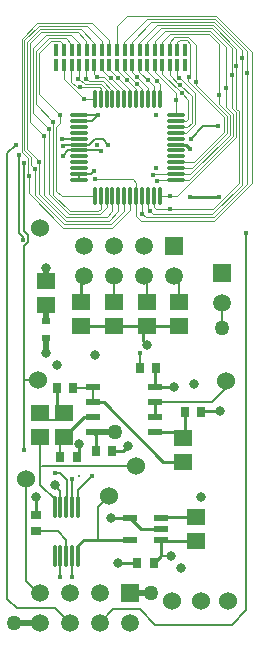
<source format=gtl>
G04 Layer_Physical_Order=1*
G04 Layer_Color=255*
%FSLAX43Y43*%
%MOMM*%
G71*
G01*
G75*
%ADD10R,0.800X0.600*%
G04:AMPARAMS|DCode=11|XSize=0.55mm|YSize=1.25mm|CornerRadius=0.05mm|HoleSize=0mm|Usage=FLASHONLY|Rotation=90.000|XOffset=0mm|YOffset=0mm|HoleType=Round|Shape=RoundedRectangle|*
%AMROUNDEDRECTD11*
21,1,0.550,1.151,0,0,90.0*
21,1,0.451,1.250,0,0,90.0*
1,1,0.099,0.576,0.226*
1,1,0.099,0.576,-0.226*
1,1,0.099,-0.576,-0.226*
1,1,0.099,-0.576,0.226*
%
%ADD11ROUNDEDRECTD11*%
%ADD12O,0.300X2.000*%
%ADD13R,1.220X0.620*%
%ADD14R,0.380X1.020*%
%ADD15O,1.650X0.300*%
%ADD16O,0.300X1.650*%
%ADD17R,0.800X0.900*%
%ADD18R,1.500X1.400*%
%ADD19R,0.900X0.800*%
%ADD20C,0.254*%
%ADD21C,0.200*%
%ADD22C,0.500*%
%ADD23C,0.125*%
%ADD24C,1.524*%
%ADD25C,1.500*%
%ADD26R,1.500X1.500*%
%ADD27R,1.500X1.500*%
%ADD28C,0.400*%
%ADD29C,0.800*%
%ADD30C,1.270*%
D10*
X4100Y25175D02*
D03*
Y26625D02*
D03*
D11*
X8075Y21005D02*
D03*
Y19735D02*
D03*
Y18465D02*
D03*
Y17195D02*
D03*
X13325Y21005D02*
D03*
Y19735D02*
D03*
Y18465D02*
D03*
Y17195D02*
D03*
D12*
X6800Y10900D02*
D03*
X6300D02*
D03*
X5800D02*
D03*
X5300D02*
D03*
X4800D02*
D03*
X6800Y6700D02*
D03*
X6300D02*
D03*
X5800D02*
D03*
X5300D02*
D03*
X4800D02*
D03*
D13*
X13810Y8050D02*
D03*
Y9000D02*
D03*
Y9950D02*
D03*
X11190D02*
D03*
Y8050D02*
D03*
D14*
X15840Y49580D02*
D03*
X15200D02*
D03*
X14560D02*
D03*
X13920D02*
D03*
X13280D02*
D03*
X12640D02*
D03*
X12000D02*
D03*
X11360D02*
D03*
X10720D02*
D03*
X10080D02*
D03*
X9440D02*
D03*
X8800D02*
D03*
X8160D02*
D03*
X7520D02*
D03*
X6880D02*
D03*
X6240D02*
D03*
X5600D02*
D03*
X4960D02*
D03*
X15840Y48300D02*
D03*
X15200D02*
D03*
X14560D02*
D03*
X13920D02*
D03*
X13280D02*
D03*
X12640D02*
D03*
X12000D02*
D03*
X11360D02*
D03*
X10720D02*
D03*
X10080D02*
D03*
X9440D02*
D03*
X8800D02*
D03*
X8160D02*
D03*
X7520D02*
D03*
X6880D02*
D03*
X6240D02*
D03*
X5600D02*
D03*
X4960D02*
D03*
D15*
X15050Y44050D02*
D03*
Y43550D02*
D03*
Y43050D02*
D03*
Y42550D02*
D03*
Y42050D02*
D03*
Y41550D02*
D03*
Y41050D02*
D03*
Y40550D02*
D03*
Y40050D02*
D03*
Y39550D02*
D03*
Y39050D02*
D03*
Y38550D02*
D03*
X6850D02*
D03*
Y39050D02*
D03*
Y39550D02*
D03*
Y40050D02*
D03*
Y40550D02*
D03*
Y41050D02*
D03*
Y41550D02*
D03*
Y42050D02*
D03*
Y42550D02*
D03*
Y43050D02*
D03*
Y43550D02*
D03*
Y44050D02*
D03*
D16*
X13700Y37200D02*
D03*
X13200D02*
D03*
X12700D02*
D03*
X12200D02*
D03*
X11700D02*
D03*
X11200D02*
D03*
X10700D02*
D03*
X10200D02*
D03*
X9700D02*
D03*
X9200D02*
D03*
X8700D02*
D03*
X8200D02*
D03*
Y45400D02*
D03*
X8700D02*
D03*
X9200D02*
D03*
X9700D02*
D03*
X10200D02*
D03*
X10700D02*
D03*
X11200D02*
D03*
X11700D02*
D03*
X12200D02*
D03*
X12700D02*
D03*
X13200D02*
D03*
X13700D02*
D03*
D17*
X13200Y6100D02*
D03*
X11800D02*
D03*
X5300Y15100D02*
D03*
X6700D02*
D03*
X8300Y15600D02*
D03*
X9700D02*
D03*
X5000Y20900D02*
D03*
X6400D02*
D03*
X17200Y18900D02*
D03*
X15800D02*
D03*
X13400Y22600D02*
D03*
X12000D02*
D03*
D18*
X16800Y8000D02*
D03*
Y10000D02*
D03*
X3600Y16800D02*
D03*
Y18800D02*
D03*
X5600D02*
D03*
Y16800D02*
D03*
X15700Y14700D02*
D03*
Y16700D02*
D03*
X4100Y28000D02*
D03*
Y30000D02*
D03*
X15300Y28200D02*
D03*
Y26200D02*
D03*
X12600D02*
D03*
Y28200D02*
D03*
X9800Y26200D02*
D03*
Y28200D02*
D03*
X7000Y26200D02*
D03*
Y28200D02*
D03*
D19*
X3200Y8800D02*
D03*
Y10200D02*
D03*
D20*
X12270Y24930D02*
Y26200D01*
X17400Y19100D02*
X17500Y19000D01*
X5000Y19100D02*
X5600Y18500D01*
X6900Y15300D02*
Y16200D01*
X6700Y15100D02*
X6900Y15300D01*
X13860Y8000D02*
X16800D01*
X14000Y14700D02*
X15700D01*
X13860Y10000D02*
X16800D01*
X16300Y37100D02*
X18700D01*
X15950Y41550D02*
X16300Y41200D01*
X15050Y41550D02*
X15950D01*
X13325Y21005D02*
Y22525D01*
X13400Y22600D01*
X8300Y15600D02*
Y16970D01*
X8075Y17195D02*
X8300Y16970D01*
X5000Y19100D02*
Y20648D01*
X13325Y17195D02*
X15205D01*
X15700Y16700D01*
X13325Y18465D02*
Y19735D01*
X15800Y16800D02*
Y18900D01*
X15700Y16700D02*
X15800Y16800D01*
X12140Y9000D02*
X13810D01*
X13200Y6100D02*
X13810Y6710D01*
Y9950D02*
X13860Y10000D01*
X13810Y6710D02*
Y8050D01*
X13860Y8000D01*
X11190Y9950D02*
X12140Y9000D01*
X14870Y26770D02*
X14870Y26770D01*
X9700Y15600D02*
X10600D01*
X11000Y16000D01*
X13325Y21005D02*
X14895D01*
X7265Y18465D02*
X8075D01*
X5600Y16800D02*
X7265Y18465D01*
X8075Y19735D02*
X8965D01*
X14000Y14700D01*
X17200Y18900D02*
X17400Y19100D01*
X17500Y19000D02*
X18800D01*
X10200Y6100D02*
X11800D01*
X9550Y9950D02*
X11190D01*
X6800Y6700D02*
Y7600D01*
X7250Y8050D01*
X3200Y10200D02*
Y11700D01*
X7250Y8050D02*
X8500D01*
X11190D01*
X9440Y26600D02*
X9570Y26470D01*
X14830D02*
X14900Y26400D01*
X12270Y24930D02*
X12600Y24600D01*
Y26200D02*
X15300D01*
X9800D02*
X12270D01*
X12600D01*
X7000D02*
X9800D01*
X7000Y28200D02*
Y30040D01*
X7060Y30100D01*
D21*
X2400Y4600D02*
X3480Y3520D01*
X4900Y21000D02*
X5000D01*
X3600Y18200D02*
X5600D01*
X5300Y16500D02*
X5600Y16800D01*
X3600Y12700D02*
Y16800D01*
X17400Y43100D02*
X18600D01*
X16350Y42050D02*
X17400Y43100D01*
X8650Y41050D02*
X8700Y41000D01*
X6850Y41050D02*
X8650D01*
X6850Y41550D02*
X7750D01*
X8200Y42000D01*
X8900D01*
X9350Y41550D01*
X5950Y41050D02*
X6850D01*
X5500Y40600D02*
X5950Y41050D01*
X1750Y34050D02*
X2100Y33700D01*
X1750Y34050D02*
Y40650D01*
X5650Y41550D02*
X6850D01*
X5500Y41400D02*
X5650Y41550D01*
X5450Y42050D02*
X6850D01*
X5400Y42000D02*
X5450Y42050D01*
X7850Y39050D02*
X8100Y39300D01*
X6850Y39050D02*
X7850D01*
X6850Y38550D02*
Y39050D01*
X2175Y34226D02*
X2525Y33876D01*
X2175Y34226D02*
Y39975D01*
X7950Y43550D02*
X8450Y44050D01*
X6850Y43550D02*
X7950D01*
X6850Y44050D02*
X8450D01*
X6400Y20900D02*
X7970D01*
X8075Y21005D01*
Y19735D02*
Y21005D01*
X6300Y4900D02*
Y6700D01*
X5300Y4900D02*
Y6700D01*
X5800D02*
Y8100D01*
X5100Y8800D02*
X5800Y8100D01*
X3200Y8800D02*
X5100D01*
X5300Y15100D02*
Y16500D01*
X5600Y18200D02*
X5600Y18200D01*
X6300Y10900D02*
X6300Y10900D01*
X6800Y12300D02*
X8000Y13500D01*
X6800Y10900D02*
Y12300D01*
X5800Y10900D02*
X5827Y10927D01*
Y13157D01*
X3700Y14300D02*
X11700D01*
X6300Y10900D02*
Y13200D01*
X5284Y13700D02*
X5827Y13157D01*
X4800Y10900D02*
Y11500D01*
X4800Y13700D02*
X5284D01*
X3600Y12700D02*
X4800Y11500D01*
X2525Y33324D02*
Y33876D01*
X20975Y34025D02*
X21000Y34000D01*
X19000Y26000D02*
Y28100D01*
X12000Y22600D02*
Y23900D01*
X12000Y23900D02*
X12000Y23900D01*
X8500Y10900D02*
X9400Y11800D01*
X8500Y8050D02*
Y10900D01*
X2200Y21600D02*
X3400D01*
X2200Y15700D02*
Y21600D01*
X2100Y33500D02*
Y33700D01*
X2200Y21600D02*
Y32999D01*
X2525Y33324D01*
X6900Y13500D02*
Y13577D01*
X13825Y6695D02*
X14695D01*
X13810Y6710D02*
X13825Y6695D01*
X4800Y12700D02*
X5300Y12200D01*
Y10900D02*
Y12200D01*
X13325Y19735D02*
X18135D01*
X19300Y20900D01*
Y21500D01*
X19800Y900D02*
X21000Y2100D01*
Y34000D01*
X800Y40800D02*
X1500Y41500D01*
X800Y3100D02*
Y40800D01*
X2400Y4600D02*
Y13200D01*
X13300Y900D02*
X19800D01*
X12000Y2200D02*
X13300Y900D01*
X9780Y2200D02*
X12000D01*
X8640Y1060D02*
X9780Y2200D01*
X800Y3100D02*
X1600Y2300D01*
X4860D01*
X6100Y1060D01*
X9800Y28200D02*
Y29840D01*
X9830Y29870D01*
X12600Y28200D02*
Y30100D01*
X15300Y28200D02*
Y29840D01*
D22*
X4100Y29700D02*
Y31100D01*
X4100Y28000D02*
Y28300D01*
Y26625D02*
Y28000D01*
X8075Y17195D02*
X9895D01*
X4100Y23900D02*
Y25175D01*
X4100Y28300D02*
X4100Y28300D01*
X11180Y3600D02*
X13000D01*
X1340Y1060D02*
X3560D01*
D23*
X16100Y47300D02*
X16300Y47500D01*
X16100Y46900D02*
Y47300D01*
X12620Y47780D02*
Y48320D01*
X11340Y47708D02*
Y48320D01*
X9420Y47980D02*
Y48320D01*
X13260Y49600D02*
X13300Y49640D01*
X15248Y47348D02*
X16700Y45896D01*
X6900Y46412D02*
X8340D01*
X6220Y46880D02*
Y48320D01*
X6860Y47140D02*
Y48320D01*
X5580Y47120D02*
Y48320D01*
X13260Y47688D02*
Y48320D01*
X8140Y47560D02*
Y48320D01*
X7500Y47100D02*
Y48320D01*
X14540Y47412D02*
Y48320D01*
X13900Y47552D02*
Y48320D01*
X11980Y47720D02*
Y48320D01*
X11748Y46700D02*
X12200Y46248D01*
X10700Y47748D02*
Y48320D01*
X10060Y47888D02*
Y48320D01*
Y47888D02*
X10948Y47000D01*
X8780Y47870D02*
Y48320D01*
X21100Y47600D02*
Y49446D01*
Y38245D02*
Y47600D01*
X21500Y38291D02*
Y49400D01*
X18500Y52400D02*
X21500Y49400D01*
X18309Y35100D02*
X21500Y38291D01*
X10900Y52400D02*
X18500D01*
X20650Y48900D02*
Y49543D01*
Y38148D02*
Y48900D01*
X18396Y52150D02*
X21100Y49446D01*
X18293Y51900D02*
X20650Y49543D01*
X18152Y35650D02*
X20650Y38148D01*
X12650Y52150D02*
X18396D01*
X20200Y48200D02*
Y49639D01*
Y44568D02*
Y48200D01*
X19800Y47400D02*
Y49686D01*
Y44614D02*
Y47400D01*
X19300Y46300D02*
Y49832D01*
Y44761D02*
Y46300D01*
X18700Y45700D02*
Y50079D01*
Y45007D02*
Y45700D01*
X18255Y35400D02*
X21100Y38245D01*
X18248Y36100D02*
X20400Y38252D01*
X18189Y51650D02*
X20200Y49639D01*
Y44568D02*
X20400Y44368D01*
Y38252D02*
Y44368D01*
X18086Y51400D02*
X19800Y49686D01*
Y44614D02*
X20150Y44264D01*
X17982Y51150D02*
X19300Y49832D01*
Y44761D02*
X19900Y44161D01*
X17879Y50900D02*
X18700Y50079D01*
Y45007D02*
X19650Y44057D01*
X15200Y47348D02*
X15348Y47200D01*
X12100Y35100D02*
X18309D01*
X12500Y35400D02*
X18255D01*
X13150Y35650D02*
X18152D01*
X14600Y36100D02*
X18248D01*
X19150Y42604D02*
Y43850D01*
X16596Y40050D02*
X19150Y42604D01*
X15050Y40050D02*
X16596D01*
X14600Y37200D02*
X15161D01*
X15050Y38550D02*
X16157D01*
X15050Y39050D02*
X16304D01*
X19650Y42396D01*
X16157Y38550D02*
X19900Y42293D01*
X15161Y37200D02*
X20150Y42189D01*
Y44264D01*
X19900Y42293D02*
Y44161D01*
X19650Y42396D02*
Y44057D01*
X19400Y42500D02*
Y43954D01*
X16450Y39550D02*
X19400Y42500D01*
X15050Y39550D02*
X16450D01*
X11700Y35500D02*
X12100Y35100D01*
X11700Y35500D02*
Y37200D01*
X13150Y39050D02*
X15050D01*
X5250Y43350D02*
Y44050D01*
X4950Y43050D02*
X5250Y43350D01*
X4950Y37650D02*
Y43050D01*
Y37650D02*
X5400Y37200D01*
X4700Y37300D02*
Y43493D01*
X13100Y39000D02*
X13150Y39050D01*
X11400Y38600D02*
X11700Y38300D01*
X8200Y38600D02*
X11400D01*
X13500Y38500D02*
X13550Y38550D01*
X15050D01*
X16100Y43700D02*
Y45352D01*
X15050Y44050D02*
Y45300D01*
X15950Y43550D02*
X16100Y43700D01*
X16050Y43050D02*
X16400Y43400D01*
X15950Y42550D02*
X16700Y43300D01*
X12200Y35700D02*
X12500Y35400D01*
X12200Y35700D02*
Y37200D01*
X12900Y35900D02*
X13150Y35650D01*
X12700Y36100D02*
X12900Y35900D01*
X13400Y36100D02*
X14600D01*
X13200Y36300D02*
X13400Y36100D01*
X13700Y37200D02*
X14600D01*
X11700D02*
Y38300D01*
X2600Y37446D02*
Y38900D01*
X3100Y37300D02*
Y39500D01*
X3900Y37300D02*
Y42300D01*
X3500Y37346D02*
Y40100D01*
X3100Y37300D02*
X5600Y34800D01*
X4300Y37346D02*
Y42900D01*
Y37346D02*
X5996Y35650D01*
X3900Y37300D02*
X5800Y35400D01*
X3500Y37346D02*
X5746Y35100D01*
X4700Y37300D02*
X6100Y35900D01*
X2600Y37446D02*
X5546Y34500D01*
X12700Y45400D02*
Y46348D01*
X12200Y45400D02*
Y46248D01*
X11700Y45400D02*
Y46248D01*
X10200Y45400D02*
Y46052D01*
X13200Y45400D02*
Y46500D01*
X13700Y45400D02*
Y46700D01*
X6688Y46412D02*
X6900D01*
X5746Y35100D02*
X9400D01*
X5800Y35400D02*
X9200D01*
X8604Y35650D02*
X9200Y36246D01*
X5996Y35650D02*
X8604D01*
X8500Y35900D02*
X8700Y36100D01*
X6100Y35900D02*
X8500D01*
X5546Y34500D02*
X9700D01*
X11200Y36000D01*
Y37200D01*
X10700Y35900D02*
Y37200D01*
X9600Y34800D02*
X10700Y35900D01*
X5600Y34800D02*
X9600D01*
X5400Y37200D02*
X8200D01*
X9400Y35100D02*
X10200Y35900D01*
Y37200D01*
X9700Y37200D02*
X9700Y37200D01*
X9700Y35900D02*
Y37200D01*
X9200Y35400D02*
X9700Y35900D01*
X9200Y36246D02*
Y37200D01*
X8700Y36100D02*
Y37200D01*
X12700Y36100D02*
Y37200D01*
X13200Y36300D02*
Y37200D01*
X15050Y39550D02*
X15050Y39550D01*
X10060Y49600D02*
Y51560D01*
X10700Y49600D02*
Y50200D01*
X11340Y49600D02*
Y50240D01*
X11980Y49600D02*
Y50180D01*
X12620Y49600D02*
Y50220D01*
X9420Y49600D02*
Y50380D01*
X8780Y49600D02*
Y50280D01*
X8140Y49600D02*
Y50160D01*
X7500Y49600D02*
Y50300D01*
X6860Y49600D02*
Y50160D01*
X6220Y49600D02*
Y50080D01*
X15050Y42550D02*
X15950D01*
X15050Y43050D02*
X16050D01*
X15050Y43550D02*
X15950D01*
X7300Y45400D02*
X8200D01*
X2562Y38938D02*
X2600Y38900D01*
X2812Y39787D02*
X3100Y39500D01*
X2562Y38938D02*
Y40386D01*
X2812Y39787D02*
Y40489D01*
X3500Y40100D02*
Y40155D01*
X3000Y44200D02*
X4300Y42900D01*
X3250Y44943D02*
X4700Y43493D01*
X3500Y45800D02*
X5200Y44100D01*
X13300Y49640D02*
Y50300D01*
X13900Y49600D02*
Y50200D01*
X15200Y49580D02*
Y50200D01*
X10060Y51560D02*
X10900Y52400D01*
X10700Y50200D02*
X12650Y52150D01*
X11340Y50240D02*
X13000Y51900D01*
X18293D01*
X11980Y50180D02*
X13450Y51650D01*
X18189D01*
X12620Y50220D02*
X13800Y51400D01*
X18086D01*
X13300Y50300D02*
X14150Y51150D01*
X17982D01*
X13900Y50200D02*
X14600Y50900D01*
X17879D01*
X14560Y49580D02*
Y50260D01*
X14950Y50650D02*
X16104D01*
X14560Y50260D02*
X14950Y50650D01*
X15200Y50200D02*
X15400Y50400D01*
X16000D01*
X16300Y50100D01*
X5600Y49580D02*
Y50000D01*
X13500Y46900D02*
X13500D01*
X13500D02*
X13700Y46700D01*
X12620Y47780D02*
X13500Y46900D01*
X11700Y46700D02*
X11748D01*
X11800Y47248D02*
X12700Y46348D01*
X11340Y47708D02*
X11800Y47248D01*
X11980Y47720D02*
X12700Y47000D01*
X13200Y46500D01*
X11200Y45400D02*
Y46152D01*
X10948Y47000D02*
X11700Y46248D01*
X11748Y46700D02*
X11800D01*
X10700Y45400D02*
Y46100D01*
X9439Y46812D02*
X9440D01*
X10200Y46052D01*
X9012Y47239D02*
Y47240D01*
X9700Y45400D02*
Y46100D01*
X9012Y47239D02*
X9439Y46812D01*
X10200Y47152D02*
X11200Y46152D01*
X10900Y47000D02*
X10948D01*
X9200Y45400D02*
Y46154D01*
X8700Y45400D02*
Y46300D01*
X10700Y47748D02*
X11748Y46700D01*
X10200Y47152D02*
Y47200D01*
X8952Y47300D02*
X9012Y47240D01*
X8400Y47300D02*
X8952D01*
X8588Y46412D02*
X8700Y46300D01*
X8340Y46412D02*
X8588D01*
X16800Y46554D02*
X19400Y43954D01*
X15180Y48320D02*
X15200Y48300D01*
Y47348D02*
Y48300D01*
X16104Y50650D02*
X16800Y49954D01*
X15200Y47348D02*
X15248D01*
X16700Y43300D02*
Y45896D01*
X16400Y43400D02*
Y45648D01*
X16800Y46554D02*
Y46800D01*
Y49954D01*
X14540Y47412D02*
X15352Y46600D01*
X15552Y45900D02*
X16100Y45352D01*
X13260Y47688D02*
X15050Y45898D01*
Y45300D02*
Y45898D01*
X15448Y46600D02*
X16400Y45648D01*
X15352Y46600D02*
X15448D01*
X16300Y47500D02*
Y50100D01*
X16100Y46900D02*
X19150Y43850D01*
X16100Y47300D02*
X16200D01*
X13900Y47552D02*
X15552Y45900D01*
X5750Y50550D02*
X6220Y50080D01*
X6220Y50800D02*
X6860Y50160D01*
X6750Y51050D02*
X7500Y50300D01*
X7000Y51300D02*
X8140Y50160D01*
X7510Y51550D02*
X8780Y50280D01*
X8000Y51800D02*
X9420Y50380D01*
X2750Y43450D02*
X3900Y42300D01*
X2000Y40948D02*
X2562Y40386D01*
X2250Y41052D02*
X2812Y40489D01*
X2500Y41155D02*
X3500Y40155D01*
X4500Y50300D02*
X5300D01*
X5600Y50000D01*
X3500Y45800D02*
Y49300D01*
X4100Y50800D02*
X6220D01*
X3000Y44200D02*
Y49700D01*
X3339Y51800D02*
X8000D01*
X2000Y40948D02*
Y50461D01*
X3443Y51550D02*
X7510D01*
X2250Y41052D02*
Y50357D01*
X3546Y51300D02*
X7000D01*
X2500Y41155D02*
Y50254D01*
X3650Y51050D02*
X6750D01*
X2750Y43450D02*
Y50150D01*
X2000Y50461D02*
X3339Y51800D01*
X2250Y50357D02*
X3443Y51550D01*
X2500Y50254D02*
X3546Y51300D01*
X2750Y50150D02*
X3650Y51050D01*
X3000Y49700D02*
X4100Y50800D01*
X3500Y49300D02*
X4500Y50300D01*
X4350Y50550D02*
X5750D01*
X3250Y44943D02*
Y49450D01*
X4350Y50550D01*
X6220Y46880D02*
X6688Y46412D01*
X7500Y47100D02*
X7688Y46912D01*
X8887Y46912D02*
X9700Y46100D01*
X9420Y47980D02*
X10200Y47200D01*
X8780Y47870D02*
X9450Y47200D01*
X9600D01*
X10700Y46100D01*
X8340Y46412D02*
X8340Y46412D01*
X7338Y46662D02*
X8443D01*
X8443Y46662D01*
X8691D01*
X9200Y46154D01*
X7688Y46912D02*
X8547D01*
X8547Y46912D01*
X8887D01*
X8140Y47560D02*
X8400Y47300D01*
Y47300D02*
X8400Y47300D01*
X8400Y47300D02*
Y47300D01*
X5580Y47120D02*
X7300Y45400D01*
X6900Y46412D02*
X6912Y46400D01*
X6900Y47100D02*
X7338Y46662D01*
X6820Y47100D02*
X6860Y47140D01*
X6820Y47100D02*
X6900D01*
D24*
X11700Y14300D02*
D03*
X3600Y34500D02*
D03*
X3400Y21600D02*
D03*
X19300Y21500D02*
D03*
X9400Y11800D02*
D03*
X19500Y2900D02*
D03*
X17200D02*
D03*
X14700D02*
D03*
X2400Y13200D02*
D03*
D25*
X7300Y30400D02*
D03*
Y32940D02*
D03*
X9840Y30400D02*
D03*
Y32940D02*
D03*
X12380Y30400D02*
D03*
Y32940D02*
D03*
X14920Y30400D02*
D03*
X19000Y28100D02*
D03*
X11180Y1060D02*
D03*
X8640Y3600D02*
D03*
Y1060D02*
D03*
X6100Y3600D02*
D03*
Y1060D02*
D03*
X3560Y3600D02*
D03*
Y1060D02*
D03*
D26*
X14920Y32940D02*
D03*
X11180Y3600D02*
D03*
D27*
X19000Y30640D02*
D03*
D28*
X21100Y47600D02*
D03*
X20650Y48900D02*
D03*
X20200Y48200D02*
D03*
X19800Y47400D02*
D03*
X19300Y46300D02*
D03*
X18700Y45700D02*
D03*
X15348Y47200D02*
D03*
X18600Y43100D02*
D03*
X16350Y42050D02*
D03*
X18700Y37100D02*
D03*
X16300D02*
D03*
Y41200D02*
D03*
X8700Y41000D02*
D03*
X9350Y41550D02*
D03*
X1750Y40650D02*
D03*
X5500Y40600D02*
D03*
X2175Y39975D02*
D03*
X5500Y41400D02*
D03*
X5400Y42000D02*
D03*
X5250Y44050D02*
D03*
X4700Y43493D02*
D03*
X1500Y41500D02*
D03*
X8400D02*
D03*
X13350Y44050D02*
D03*
X13400Y39600D02*
D03*
X8200Y38600D02*
D03*
X13100Y39000D02*
D03*
X13500Y38500D02*
D03*
X8100Y39300D02*
D03*
X12200Y35700D02*
D03*
X15050Y45300D02*
D03*
X12900Y35900D02*
D03*
X14600Y36100D02*
D03*
Y37200D02*
D03*
X2600Y38900D02*
D03*
X3100Y39500D02*
D03*
X3500Y40100D02*
D03*
X3900Y42300D02*
D03*
X4300Y42900D02*
D03*
X7300Y45400D02*
D03*
X8450Y44050D02*
D03*
X6300Y4900D02*
D03*
X5300D02*
D03*
X8000Y13500D02*
D03*
X6300Y13200D02*
D03*
X4800Y13700D02*
D03*
X2200Y15700D02*
D03*
X20975Y34025D02*
D03*
X12000Y23900D02*
D03*
X2100Y33500D02*
D03*
X13500Y46900D02*
D03*
X11800Y47248D02*
D03*
X12700Y47000D02*
D03*
X11800Y46700D02*
D03*
X10900Y47000D02*
D03*
X10200Y47200D02*
D03*
X16800Y46800D02*
D03*
X15552Y45900D02*
D03*
X15448Y46600D02*
D03*
X16200Y47300D02*
D03*
X7500Y47100D02*
D03*
X9600Y47200D02*
D03*
X8400Y47300D02*
D03*
X6912Y46400D02*
D03*
X6820Y47100D02*
D03*
D29*
X6900Y16200D02*
D03*
X11000Y16000D02*
D03*
X16600Y21300D02*
D03*
X14895Y21005D02*
D03*
X5005Y22905D02*
D03*
X18800Y19000D02*
D03*
X17235Y11735D02*
D03*
X15500Y5700D02*
D03*
X10200Y6100D02*
D03*
X9550Y9950D02*
D03*
X14695Y6695D02*
D03*
X3200Y11700D02*
D03*
X4800Y12700D02*
D03*
X4100Y31100D02*
D03*
X4100Y23900D02*
D03*
X8200Y23700D02*
D03*
X12600Y24600D02*
D03*
D30*
X9895Y17195D02*
D03*
X19000Y26000D02*
D03*
X13000Y3600D02*
D03*
X1340Y1060D02*
D03*
M02*

</source>
